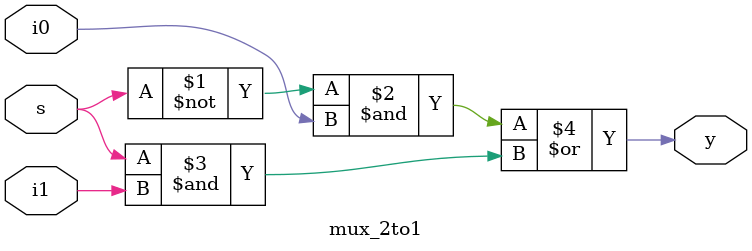
<source format=v>
module mux_2to1(i0,i1,s,y);
input i0,i1,s;
output y;
assign y = (~s & i0) | (s & i1);
endmodule
</source>
